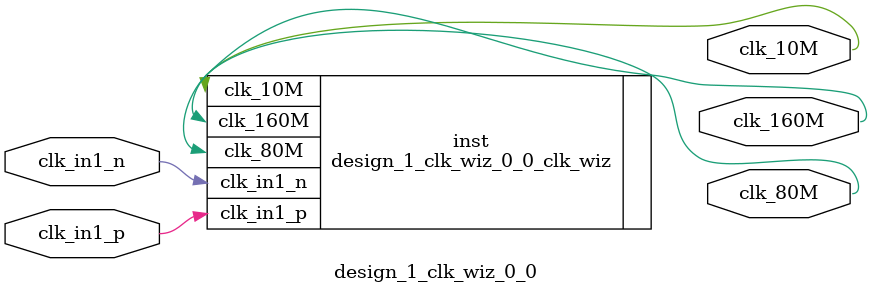
<source format=v>


`timescale 1ps/1ps

(* CORE_GENERATION_INFO = "design_1_clk_wiz_0_0,clk_wiz_v6_0_5_0_0,{component_name=design_1_clk_wiz_0_0,use_phase_alignment=true,use_min_o_jitter=false,use_max_i_jitter=false,use_dyn_phase_shift=false,use_inclk_switchover=false,use_dyn_reconfig=false,enable_axi=0,feedback_source=FDBK_AUTO,PRIMITIVE=MMCM,num_out_clk=3,clkin1_period=12.500,clkin2_period=10.0,use_power_down=false,use_reset=false,use_locked=false,use_inclk_stopped=false,feedback_type=SINGLE,CLOCK_MGR_TYPE=NA,manual_override=false}" *)

module design_1_clk_wiz_0_0 
 (
  // Clock out ports
  output        clk_80M,
  output        clk_10M,
  output        clk_160M,
 // Clock in ports
  input         clk_in1_p,
  input         clk_in1_n
 );

  design_1_clk_wiz_0_0_clk_wiz inst
  (
  // Clock out ports  
  .clk_80M(clk_80M),
  .clk_10M(clk_10M),
  .clk_160M(clk_160M),
 // Clock in ports
  .clk_in1_p(clk_in1_p),
  .clk_in1_n(clk_in1_n)
  );

endmodule

</source>
